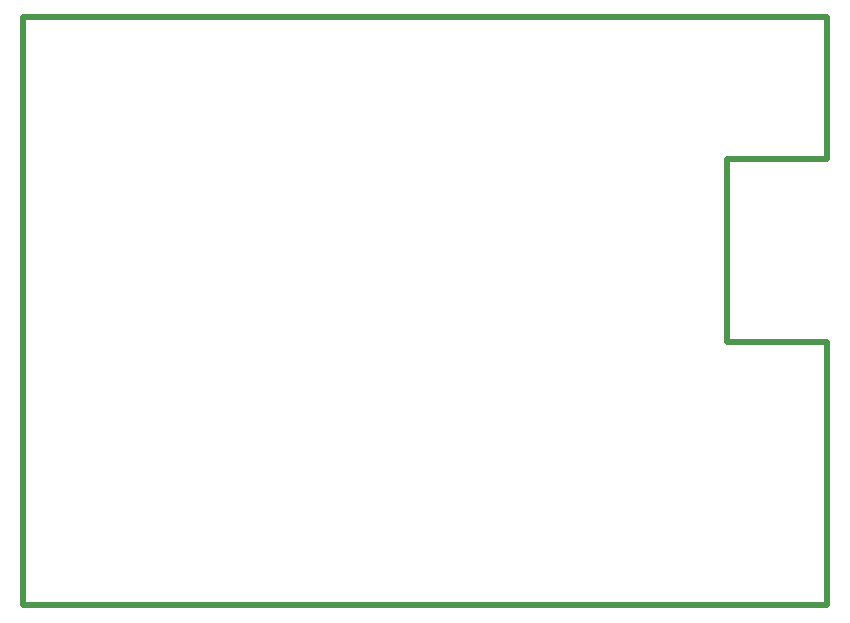
<source format=gm1>
%TF.GenerationSoftware,KiCad,Pcbnew,6.0.5-a6ca702e91~116~ubuntu20.04.1*%
%TF.CreationDate,2022-06-15T21:03:55+02:00*%
%TF.ProjectId,vwcdpic_with_BT,76776364-7069-4635-9f77-6974685f4254,rev?*%
%TF.SameCoordinates,Original*%
%TF.FileFunction,Profile,NP*%
%FSLAX46Y46*%
G04 Gerber Fmt 4.6, Leading zero omitted, Abs format (unit mm)*
G04 Created by KiCad (PCBNEW 6.0.5-a6ca702e91~116~ubuntu20.04.1) date 2022-06-15 21:03:55*
%MOMM*%
%LPD*%
G01*
G04 APERTURE LIST*
%TA.AperFunction,Profile*%
%ADD10C,0.500000*%
%TD*%
G04 APERTURE END LIST*
D10*
X56134000Y-83566000D02*
X124206000Y-83566000D01*
X115750500Y-61244800D02*
X124206000Y-61244800D01*
X124206000Y-83566000D02*
X124206000Y-61244800D01*
X124206000Y-45750800D02*
X115750500Y-45750800D01*
X124206000Y-45750800D02*
X124206000Y-33782000D01*
X115750500Y-61244800D02*
X115750500Y-45750800D01*
X124206000Y-33782000D02*
X56134000Y-33782000D01*
X56134000Y-33782000D02*
X56134000Y-83566000D01*
M02*

</source>
